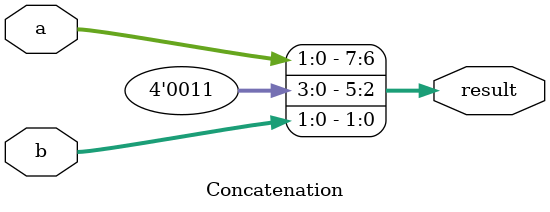
<source format=v>
module Concatenation(
    input [1:0] a,  // Entrada de 4 bits
    input [1:0] b,  // Entrada de 4 bits
    output [7:0] result // Salida de 8 bits (concatenación de a y b)
);
    wire [1:0] x;
    assign x = a | b; 
    assign result = {x, a, 4'b11, b}; // a se coloca a la izquierda y b a la derecha
endmodule
</source>
